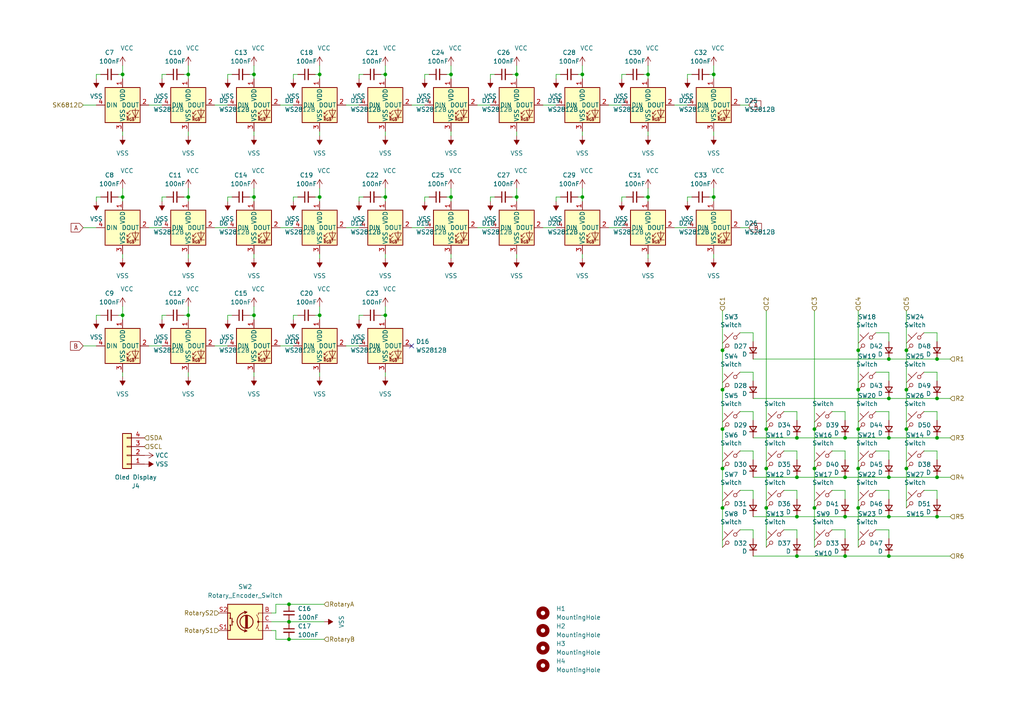
<source format=kicad_sch>
(kicad_sch (version 20210126) (generator eeschema)
  (paper "A4")
  (junction (at 35.56 21.59) (diameter 0.9144))
  (junction (at 35.56 57.15) (diameter 0.9144))
  (junction (at 35.56 91.44) (diameter 0.9144))
  (junction (at 54.61 21.59) (diameter 0.9144))
  (junction (at 54.61 57.15) (diameter 0.9144))
  (junction (at 54.61 91.44) (diameter 0.9144))
  (junction (at 73.66 21.59) (diameter 0.9144))
  (junction (at 73.66 57.15) (diameter 0.9144))
  (junction (at 73.66 91.44) (diameter 0.9144))
  (junction (at 83.82 175.26) (diameter 0.9144))
  (junction (at 83.82 180.34) (diameter 0.9144))
  (junction (at 83.82 185.42) (diameter 0.9144))
  (junction (at 92.71 21.59) (diameter 0.9144))
  (junction (at 92.71 57.15) (diameter 0.9144))
  (junction (at 92.71 91.44) (diameter 0.9144))
  (junction (at 111.76 21.59) (diameter 0.9144))
  (junction (at 111.76 57.15) (diameter 0.9144))
  (junction (at 111.76 91.44) (diameter 0.9144))
  (junction (at 130.81 21.59) (diameter 0.9144))
  (junction (at 130.81 57.15) (diameter 0.9144))
  (junction (at 149.86 21.59) (diameter 0.9144))
  (junction (at 149.86 57.15) (diameter 0.9144))
  (junction (at 168.91 21.59) (diameter 0.9144))
  (junction (at 168.91 57.15) (diameter 0.9144))
  (junction (at 187.96 21.59) (diameter 0.9144))
  (junction (at 187.96 57.15) (diameter 0.9144))
  (junction (at 207.01 21.59) (diameter 0.9144))
  (junction (at 207.01 57.15) (diameter 0.9144))
  (junction (at 209.55 101.6) (diameter 0.9144))
  (junction (at 209.55 113.03) (diameter 0.9144))
  (junction (at 209.55 124.46) (diameter 0.9144))
  (junction (at 209.55 135.89) (diameter 0.9144))
  (junction (at 209.55 147.32) (diameter 0.9144))
  (junction (at 222.25 124.46) (diameter 0.9144))
  (junction (at 222.25 135.89) (diameter 0.9144))
  (junction (at 222.25 147.32) (diameter 0.9144))
  (junction (at 231.14 127) (diameter 0.9144))
  (junction (at 231.14 138.43) (diameter 0.9144))
  (junction (at 231.14 149.86) (diameter 0.9144))
  (junction (at 231.14 161.29) (diameter 0.9144))
  (junction (at 236.22 124.46) (diameter 0.9144))
  (junction (at 236.22 135.89) (diameter 0.9144))
  (junction (at 236.22 147.32) (diameter 0.9144))
  (junction (at 245.11 127) (diameter 0.9144))
  (junction (at 245.11 138.43) (diameter 0.9144))
  (junction (at 245.11 149.86) (diameter 0.9144))
  (junction (at 245.11 161.29) (diameter 0.9144))
  (junction (at 248.92 101.6) (diameter 0.9144))
  (junction (at 248.92 113.03) (diameter 0.9144))
  (junction (at 248.92 124.46) (diameter 0.9144))
  (junction (at 248.92 135.89) (diameter 0.9144))
  (junction (at 248.92 147.32) (diameter 0.9144))
  (junction (at 257.81 104.14) (diameter 0.9144))
  (junction (at 257.81 115.57) (diameter 0.9144))
  (junction (at 257.81 127) (diameter 0.9144))
  (junction (at 257.81 138.43) (diameter 0.9144))
  (junction (at 257.81 149.86) (diameter 0.9144))
  (junction (at 257.81 161.29) (diameter 0.9144))
  (junction (at 262.89 101.6) (diameter 0.9144))
  (junction (at 262.89 113.03) (diameter 0.9144))
  (junction (at 262.89 124.46) (diameter 0.9144))
  (junction (at 262.89 135.89) (diameter 0.9144))
  (junction (at 271.78 104.14) (diameter 0.9144))
  (junction (at 271.78 115.57) (diameter 0.9144))
  (junction (at 271.78 127) (diameter 0.9144))
  (junction (at 271.78 138.43) (diameter 0.9144))
  (junction (at 271.78 149.86) (diameter 0.9144))
  (no_connect (at 119.38 100.33))
  (wire (pts (xy 24.13 30.48) (xy 27.94 30.48)))
  (wire (pts (xy 24.13 66.04) (xy 27.94 66.04)))
  (wire (pts (xy 24.13 100.33) (xy 27.94 100.33)))
  (wire (pts (xy 27.94 21.59) (xy 29.21 21.59)))
  (wire (pts (xy 27.94 22.86) (xy 27.94 21.59)))
  (wire (pts (xy 27.94 57.15) (xy 29.21 57.15)))
  (wire (pts (xy 27.94 58.42) (xy 27.94 57.15)))
  (wire (pts (xy 27.94 91.44) (xy 29.21 91.44)))
  (wire (pts (xy 27.94 92.71) (xy 27.94 91.44)))
  (wire (pts (xy 35.56 19.05) (xy 35.56 21.59)))
  (wire (pts (xy 35.56 21.59) (xy 34.29 21.59)))
  (wire (pts (xy 35.56 22.86) (xy 35.56 21.59)))
  (wire (pts (xy 35.56 38.1) (xy 35.56 39.37)))
  (wire (pts (xy 35.56 54.61) (xy 35.56 57.15)))
  (wire (pts (xy 35.56 57.15) (xy 34.29 57.15)))
  (wire (pts (xy 35.56 58.42) (xy 35.56 57.15)))
  (wire (pts (xy 35.56 73.66) (xy 35.56 74.93)))
  (wire (pts (xy 35.56 88.9) (xy 35.56 91.44)))
  (wire (pts (xy 35.56 91.44) (xy 34.29 91.44)))
  (wire (pts (xy 35.56 92.71) (xy 35.56 91.44)))
  (wire (pts (xy 35.56 107.95) (xy 35.56 109.22)))
  (wire (pts (xy 43.18 30.48) (xy 46.99 30.48)))
  (wire (pts (xy 43.18 66.04) (xy 46.99 66.04)))
  (wire (pts (xy 43.18 100.33) (xy 46.99 100.33)))
  (wire (pts (xy 46.99 21.59) (xy 48.26 21.59)))
  (wire (pts (xy 46.99 22.86) (xy 46.99 21.59)))
  (wire (pts (xy 46.99 57.15) (xy 48.26 57.15)))
  (wire (pts (xy 46.99 58.42) (xy 46.99 57.15)))
  (wire (pts (xy 46.99 91.44) (xy 48.26 91.44)))
  (wire (pts (xy 46.99 92.71) (xy 46.99 91.44)))
  (wire (pts (xy 54.61 19.05) (xy 54.61 21.59)))
  (wire (pts (xy 54.61 21.59) (xy 53.34 21.59)))
  (wire (pts (xy 54.61 22.86) (xy 54.61 21.59)))
  (wire (pts (xy 54.61 38.1) (xy 54.61 39.37)))
  (wire (pts (xy 54.61 54.61) (xy 54.61 57.15)))
  (wire (pts (xy 54.61 57.15) (xy 53.34 57.15)))
  (wire (pts (xy 54.61 58.42) (xy 54.61 57.15)))
  (wire (pts (xy 54.61 73.66) (xy 54.61 74.93)))
  (wire (pts (xy 54.61 88.9) (xy 54.61 91.44)))
  (wire (pts (xy 54.61 91.44) (xy 53.34 91.44)))
  (wire (pts (xy 54.61 92.71) (xy 54.61 91.44)))
  (wire (pts (xy 54.61 107.95) (xy 54.61 109.22)))
  (wire (pts (xy 62.23 30.48) (xy 66.04 30.48)))
  (wire (pts (xy 62.23 66.04) (xy 66.04 66.04)))
  (wire (pts (xy 62.23 100.33) (xy 66.04 100.33)))
  (wire (pts (xy 66.04 21.59) (xy 67.31 21.59)))
  (wire (pts (xy 66.04 22.86) (xy 66.04 21.59)))
  (wire (pts (xy 66.04 57.15) (xy 67.31 57.15)))
  (wire (pts (xy 66.04 58.42) (xy 66.04 57.15)))
  (wire (pts (xy 66.04 91.44) (xy 67.31 91.44)))
  (wire (pts (xy 66.04 92.71) (xy 66.04 91.44)))
  (wire (pts (xy 73.66 19.05) (xy 73.66 21.59)))
  (wire (pts (xy 73.66 21.59) (xy 72.39 21.59)))
  (wire (pts (xy 73.66 22.86) (xy 73.66 21.59)))
  (wire (pts (xy 73.66 38.1) (xy 73.66 39.37)))
  (wire (pts (xy 73.66 54.61) (xy 73.66 57.15)))
  (wire (pts (xy 73.66 57.15) (xy 72.39 57.15)))
  (wire (pts (xy 73.66 58.42) (xy 73.66 57.15)))
  (wire (pts (xy 73.66 73.66) (xy 73.66 74.93)))
  (wire (pts (xy 73.66 88.9) (xy 73.66 91.44)))
  (wire (pts (xy 73.66 91.44) (xy 72.39 91.44)))
  (wire (pts (xy 73.66 92.71) (xy 73.66 91.44)))
  (wire (pts (xy 73.66 107.95) (xy 73.66 109.22)))
  (wire (pts (xy 78.74 177.8) (xy 80.01 177.8)))
  (wire (pts (xy 78.74 180.34) (xy 83.82 180.34)))
  (wire (pts (xy 78.74 182.88) (xy 80.01 182.88)))
  (wire (pts (xy 80.01 175.26) (xy 83.82 175.26)))
  (wire (pts (xy 80.01 177.8) (xy 80.01 175.26)))
  (wire (pts (xy 80.01 182.88) (xy 80.01 185.42)))
  (wire (pts (xy 80.01 185.42) (xy 83.82 185.42)))
  (wire (pts (xy 81.28 30.48) (xy 85.09 30.48)))
  (wire (pts (xy 81.28 66.04) (xy 85.09 66.04)))
  (wire (pts (xy 81.28 100.33) (xy 85.09 100.33)))
  (wire (pts (xy 83.82 175.26) (xy 93.98 175.26)))
  (wire (pts (xy 83.82 180.34) (xy 93.98 180.34)))
  (wire (pts (xy 83.82 185.42) (xy 93.98 185.42)))
  (wire (pts (xy 85.09 21.59) (xy 86.36 21.59)))
  (wire (pts (xy 85.09 22.86) (xy 85.09 21.59)))
  (wire (pts (xy 85.09 57.15) (xy 86.36 57.15)))
  (wire (pts (xy 85.09 58.42) (xy 85.09 57.15)))
  (wire (pts (xy 85.09 91.44) (xy 86.36 91.44)))
  (wire (pts (xy 85.09 92.71) (xy 85.09 91.44)))
  (wire (pts (xy 92.71 19.05) (xy 92.71 21.59)))
  (wire (pts (xy 92.71 21.59) (xy 91.44 21.59)))
  (wire (pts (xy 92.71 22.86) (xy 92.71 21.59)))
  (wire (pts (xy 92.71 38.1) (xy 92.71 39.37)))
  (wire (pts (xy 92.71 54.61) (xy 92.71 57.15)))
  (wire (pts (xy 92.71 57.15) (xy 91.44 57.15)))
  (wire (pts (xy 92.71 58.42) (xy 92.71 57.15)))
  (wire (pts (xy 92.71 73.66) (xy 92.71 74.93)))
  (wire (pts (xy 92.71 88.9) (xy 92.71 91.44)))
  (wire (pts (xy 92.71 91.44) (xy 91.44 91.44)))
  (wire (pts (xy 92.71 92.71) (xy 92.71 91.44)))
  (wire (pts (xy 92.71 107.95) (xy 92.71 109.22)))
  (wire (pts (xy 100.33 30.48) (xy 104.14 30.48)))
  (wire (pts (xy 100.33 66.04) (xy 104.14 66.04)))
  (wire (pts (xy 100.33 100.33) (xy 104.14 100.33)))
  (wire (pts (xy 104.14 21.59) (xy 105.41 21.59)))
  (wire (pts (xy 104.14 22.86) (xy 104.14 21.59)))
  (wire (pts (xy 104.14 57.15) (xy 105.41 57.15)))
  (wire (pts (xy 104.14 58.42) (xy 104.14 57.15)))
  (wire (pts (xy 104.14 91.44) (xy 105.41 91.44)))
  (wire (pts (xy 104.14 92.71) (xy 104.14 91.44)))
  (wire (pts (xy 111.76 19.05) (xy 111.76 21.59)))
  (wire (pts (xy 111.76 21.59) (xy 110.49 21.59)))
  (wire (pts (xy 111.76 22.86) (xy 111.76 21.59)))
  (wire (pts (xy 111.76 38.1) (xy 111.76 39.37)))
  (wire (pts (xy 111.76 54.61) (xy 111.76 57.15)))
  (wire (pts (xy 111.76 57.15) (xy 110.49 57.15)))
  (wire (pts (xy 111.76 58.42) (xy 111.76 57.15)))
  (wire (pts (xy 111.76 73.66) (xy 111.76 74.93)))
  (wire (pts (xy 111.76 88.9) (xy 111.76 91.44)))
  (wire (pts (xy 111.76 91.44) (xy 110.49 91.44)))
  (wire (pts (xy 111.76 92.71) (xy 111.76 91.44)))
  (wire (pts (xy 111.76 107.95) (xy 111.76 109.22)))
  (wire (pts (xy 119.38 30.48) (xy 123.19 30.48)))
  (wire (pts (xy 119.38 66.04) (xy 123.19 66.04)))
  (wire (pts (xy 123.19 21.59) (xy 124.46 21.59)))
  (wire (pts (xy 123.19 22.86) (xy 123.19 21.59)))
  (wire (pts (xy 123.19 57.15) (xy 124.46 57.15)))
  (wire (pts (xy 123.19 58.42) (xy 123.19 57.15)))
  (wire (pts (xy 130.81 19.05) (xy 130.81 21.59)))
  (wire (pts (xy 130.81 21.59) (xy 129.54 21.59)))
  (wire (pts (xy 130.81 22.86) (xy 130.81 21.59)))
  (wire (pts (xy 130.81 38.1) (xy 130.81 39.37)))
  (wire (pts (xy 130.81 54.61) (xy 130.81 57.15)))
  (wire (pts (xy 130.81 57.15) (xy 129.54 57.15)))
  (wire (pts (xy 130.81 58.42) (xy 130.81 57.15)))
  (wire (pts (xy 130.81 73.66) (xy 130.81 74.93)))
  (wire (pts (xy 138.43 30.48) (xy 142.24 30.48)))
  (wire (pts (xy 138.43 66.04) (xy 142.24 66.04)))
  (wire (pts (xy 142.24 21.59) (xy 143.51 21.59)))
  (wire (pts (xy 142.24 22.86) (xy 142.24 21.59)))
  (wire (pts (xy 142.24 57.15) (xy 143.51 57.15)))
  (wire (pts (xy 142.24 58.42) (xy 142.24 57.15)))
  (wire (pts (xy 149.86 19.05) (xy 149.86 21.59)))
  (wire (pts (xy 149.86 21.59) (xy 148.59 21.59)))
  (wire (pts (xy 149.86 22.86) (xy 149.86 21.59)))
  (wire (pts (xy 149.86 38.1) (xy 149.86 39.37)))
  (wire (pts (xy 149.86 54.61) (xy 149.86 57.15)))
  (wire (pts (xy 149.86 57.15) (xy 148.59 57.15)))
  (wire (pts (xy 149.86 58.42) (xy 149.86 57.15)))
  (wire (pts (xy 149.86 73.66) (xy 149.86 74.93)))
  (wire (pts (xy 157.48 30.48) (xy 161.29 30.48)))
  (wire (pts (xy 157.48 66.04) (xy 161.29 66.04)))
  (wire (pts (xy 161.29 21.59) (xy 162.56 21.59)))
  (wire (pts (xy 161.29 22.86) (xy 161.29 21.59)))
  (wire (pts (xy 161.29 57.15) (xy 162.56 57.15)))
  (wire (pts (xy 161.29 58.42) (xy 161.29 57.15)))
  (wire (pts (xy 168.91 19.05) (xy 168.91 21.59)))
  (wire (pts (xy 168.91 21.59) (xy 167.64 21.59)))
  (wire (pts (xy 168.91 22.86) (xy 168.91 21.59)))
  (wire (pts (xy 168.91 38.1) (xy 168.91 39.37)))
  (wire (pts (xy 168.91 54.61) (xy 168.91 57.15)))
  (wire (pts (xy 168.91 57.15) (xy 167.64 57.15)))
  (wire (pts (xy 168.91 58.42) (xy 168.91 57.15)))
  (wire (pts (xy 168.91 73.66) (xy 168.91 74.93)))
  (wire (pts (xy 176.53 30.48) (xy 180.34 30.48)))
  (wire (pts (xy 176.53 66.04) (xy 180.34 66.04)))
  (wire (pts (xy 180.34 21.59) (xy 181.61 21.59)))
  (wire (pts (xy 180.34 22.86) (xy 180.34 21.59)))
  (wire (pts (xy 180.34 57.15) (xy 181.61 57.15)))
  (wire (pts (xy 180.34 58.42) (xy 180.34 57.15)))
  (wire (pts (xy 187.96 19.05) (xy 187.96 21.59)))
  (wire (pts (xy 187.96 21.59) (xy 186.69 21.59)))
  (wire (pts (xy 187.96 22.86) (xy 187.96 21.59)))
  (wire (pts (xy 187.96 38.1) (xy 187.96 39.37)))
  (wire (pts (xy 187.96 54.61) (xy 187.96 57.15)))
  (wire (pts (xy 187.96 57.15) (xy 186.69 57.15)))
  (wire (pts (xy 187.96 58.42) (xy 187.96 57.15)))
  (wire (pts (xy 187.96 73.66) (xy 187.96 74.93)))
  (wire (pts (xy 195.58 30.48) (xy 199.39 30.48)))
  (wire (pts (xy 195.58 66.04) (xy 199.39 66.04)))
  (wire (pts (xy 199.39 21.59) (xy 200.66 21.59)))
  (wire (pts (xy 199.39 22.86) (xy 199.39 21.59)))
  (wire (pts (xy 199.39 57.15) (xy 200.66 57.15)))
  (wire (pts (xy 199.39 58.42) (xy 199.39 57.15)))
  (wire (pts (xy 207.01 19.05) (xy 207.01 21.59)))
  (wire (pts (xy 207.01 21.59) (xy 205.74 21.59)))
  (wire (pts (xy 207.01 22.86) (xy 207.01 21.59)))
  (wire (pts (xy 207.01 38.1) (xy 207.01 39.37)))
  (wire (pts (xy 207.01 54.61) (xy 207.01 57.15)))
  (wire (pts (xy 207.01 57.15) (xy 205.74 57.15)))
  (wire (pts (xy 207.01 58.42) (xy 207.01 57.15)))
  (wire (pts (xy 207.01 73.66) (xy 207.01 74.93)))
  (wire (pts (xy 209.55 90.17) (xy 209.55 101.6)))
  (wire (pts (xy 209.55 101.6) (xy 209.55 113.03)))
  (wire (pts (xy 209.55 113.03) (xy 209.55 124.46)))
  (wire (pts (xy 209.55 124.46) (xy 209.55 135.89)))
  (wire (pts (xy 209.55 135.89) (xy 209.55 147.32)))
  (wire (pts (xy 209.55 147.32) (xy 209.55 158.75)))
  (wire (pts (xy 214.63 30.48) (xy 217.17 30.48)))
  (wire (pts (xy 214.63 66.04) (xy 217.17 66.04)))
  (wire (pts (xy 218.44 96.52) (xy 214.63 96.52)))
  (wire (pts (xy 218.44 99.06) (xy 218.44 96.52)))
  (wire (pts (xy 218.44 104.14) (xy 257.81 104.14)))
  (wire (pts (xy 218.44 107.95) (xy 214.63 107.95)))
  (wire (pts (xy 218.44 110.49) (xy 218.44 107.95)))
  (wire (pts (xy 218.44 115.57) (xy 257.81 115.57)))
  (wire (pts (xy 218.44 119.38) (xy 214.63 119.38)))
  (wire (pts (xy 218.44 121.92) (xy 218.44 119.38)))
  (wire (pts (xy 218.44 127) (xy 231.14 127)))
  (wire (pts (xy 218.44 130.81) (xy 214.63 130.81)))
  (wire (pts (xy 218.44 133.35) (xy 218.44 130.81)))
  (wire (pts (xy 218.44 138.43) (xy 231.14 138.43)))
  (wire (pts (xy 218.44 142.24) (xy 214.63 142.24)))
  (wire (pts (xy 218.44 144.78) (xy 218.44 142.24)))
  (wire (pts (xy 218.44 149.86) (xy 231.14 149.86)))
  (wire (pts (xy 218.44 153.67) (xy 214.63 153.67)))
  (wire (pts (xy 218.44 156.21) (xy 218.44 153.67)))
  (wire (pts (xy 218.44 161.29) (xy 231.14 161.29)))
  (wire (pts (xy 222.25 90.17) (xy 222.25 124.46)))
  (wire (pts (xy 222.25 124.46) (xy 222.25 135.89)))
  (wire (pts (xy 222.25 135.89) (xy 222.25 147.32)))
  (wire (pts (xy 222.25 147.32) (xy 222.25 158.75)))
  (wire (pts (xy 231.14 119.38) (xy 227.33 119.38)))
  (wire (pts (xy 231.14 121.92) (xy 231.14 119.38)))
  (wire (pts (xy 231.14 127) (xy 245.11 127)))
  (wire (pts (xy 231.14 130.81) (xy 227.33 130.81)))
  (wire (pts (xy 231.14 133.35) (xy 231.14 130.81)))
  (wire (pts (xy 231.14 138.43) (xy 245.11 138.43)))
  (wire (pts (xy 231.14 142.24) (xy 227.33 142.24)))
  (wire (pts (xy 231.14 144.78) (xy 231.14 142.24)))
  (wire (pts (xy 231.14 149.86) (xy 245.11 149.86)))
  (wire (pts (xy 231.14 153.67) (xy 227.33 153.67)))
  (wire (pts (xy 231.14 156.21) (xy 231.14 153.67)))
  (wire (pts (xy 231.14 161.29) (xy 245.11 161.29)))
  (wire (pts (xy 236.22 90.17) (xy 236.22 124.46)))
  (wire (pts (xy 236.22 124.46) (xy 236.22 135.89)))
  (wire (pts (xy 236.22 135.89) (xy 236.22 147.32)))
  (wire (pts (xy 236.22 147.32) (xy 236.22 158.75)))
  (wire (pts (xy 245.11 119.38) (xy 241.3 119.38)))
  (wire (pts (xy 245.11 121.92) (xy 245.11 119.38)))
  (wire (pts (xy 245.11 127) (xy 257.81 127)))
  (wire (pts (xy 245.11 130.81) (xy 241.3 130.81)))
  (wire (pts (xy 245.11 133.35) (xy 245.11 130.81)))
  (wire (pts (xy 245.11 138.43) (xy 257.81 138.43)))
  (wire (pts (xy 245.11 142.24) (xy 241.3 142.24)))
  (wire (pts (xy 245.11 144.78) (xy 245.11 142.24)))
  (wire (pts (xy 245.11 149.86) (xy 257.81 149.86)))
  (wire (pts (xy 245.11 153.67) (xy 241.3 153.67)))
  (wire (pts (xy 245.11 156.21) (xy 245.11 153.67)))
  (wire (pts (xy 245.11 161.29) (xy 257.81 161.29)))
  (wire (pts (xy 248.92 101.6) (xy 248.92 90.17)))
  (wire (pts (xy 248.92 101.6) (xy 248.92 113.03)))
  (wire (pts (xy 248.92 124.46) (xy 248.92 113.03)))
  (wire (pts (xy 248.92 124.46) (xy 248.92 135.89)))
  (wire (pts (xy 248.92 147.32) (xy 248.92 135.89)))
  (wire (pts (xy 248.92 147.32) (xy 248.92 158.75)))
  (wire (pts (xy 257.81 96.52) (xy 254 96.52)))
  (wire (pts (xy 257.81 99.06) (xy 257.81 96.52)))
  (wire (pts (xy 257.81 104.14) (xy 271.78 104.14)))
  (wire (pts (xy 257.81 107.95) (xy 254 107.95)))
  (wire (pts (xy 257.81 110.49) (xy 257.81 107.95)))
  (wire (pts (xy 257.81 115.57) (xy 271.78 115.57)))
  (wire (pts (xy 257.81 119.38) (xy 254 119.38)))
  (wire (pts (xy 257.81 121.92) (xy 257.81 119.38)))
  (wire (pts (xy 257.81 127) (xy 271.78 127)))
  (wire (pts (xy 257.81 130.81) (xy 254 130.81)))
  (wire (pts (xy 257.81 133.35) (xy 257.81 130.81)))
  (wire (pts (xy 257.81 138.43) (xy 271.78 138.43)))
  (wire (pts (xy 257.81 142.24) (xy 254 142.24)))
  (wire (pts (xy 257.81 144.78) (xy 257.81 142.24)))
  (wire (pts (xy 257.81 149.86) (xy 271.78 149.86)))
  (wire (pts (xy 257.81 153.67) (xy 254 153.67)))
  (wire (pts (xy 257.81 156.21) (xy 257.81 153.67)))
  (wire (pts (xy 257.81 161.29) (xy 275.59 161.29)))
  (wire (pts (xy 262.89 90.17) (xy 262.89 101.6)))
  (wire (pts (xy 262.89 101.6) (xy 262.89 113.03)))
  (wire (pts (xy 262.89 113.03) (xy 262.89 124.46)))
  (wire (pts (xy 262.89 124.46) (xy 262.89 135.89)))
  (wire (pts (xy 262.89 135.89) (xy 262.89 147.32)))
  (wire (pts (xy 271.78 96.52) (xy 267.97 96.52)))
  (wire (pts (xy 271.78 99.06) (xy 271.78 96.52)))
  (wire (pts (xy 271.78 104.14) (xy 275.59 104.14)))
  (wire (pts (xy 271.78 107.95) (xy 267.97 107.95)))
  (wire (pts (xy 271.78 110.49) (xy 271.78 107.95)))
  (wire (pts (xy 271.78 115.57) (xy 275.59 115.57)))
  (wire (pts (xy 271.78 119.38) (xy 267.97 119.38)))
  (wire (pts (xy 271.78 121.92) (xy 271.78 119.38)))
  (wire (pts (xy 271.78 127) (xy 275.59 127)))
  (wire (pts (xy 271.78 130.81) (xy 267.97 130.81)))
  (wire (pts (xy 271.78 133.35) (xy 271.78 130.81)))
  (wire (pts (xy 271.78 138.43) (xy 275.59 138.43)))
  (wire (pts (xy 271.78 142.24) (xy 267.97 142.24)))
  (wire (pts (xy 271.78 144.78) (xy 271.78 142.24)))
  (wire (pts (xy 271.78 149.86) (xy 275.59 149.86)))
  (global_label "A" (shape input) (at 24.13 66.04 180) (property "Intersheet References" "${INTERSHEET_REFS}" (effects hide)))
  (global_label "B" (shape input) (at 24.13 100.33 180) (property "Intersheet References" "${INTERSHEET_REFS}" (effects hide)))
  (global_label "A" (shape input) (at 217.17 30.48 0) (property "Intersheet References" "${INTERSHEET_REFS}" (effects hide)))
  (global_label "B" (shape input) (at 217.17 66.04 0) (property "Intersheet References" "${INTERSHEET_REFS}" (effects hide)))
  (hierarchical_label "SK6812" (shape input) (at 24.13 30.48 180))
  (hierarchical_label "SDA" (shape input) (at 41.91 127 0))
  (hierarchical_label "SCL" (shape input) (at 41.91 129.54 0))
  (hierarchical_label "RotaryS2" (shape input) (at 63.5 177.8 180))
  (hierarchical_label "RotaryS1" (shape input) (at 63.5 182.88 180))
  (hierarchical_label "RotaryA" (shape input) (at 93.98 175.26 0))
  (hierarchical_label "RotaryB" (shape input) (at 93.98 185.42 0))
  (hierarchical_label "C1" (shape input) (at 209.55 90.17 90))
  (hierarchical_label "C2" (shape input) (at 222.25 90.17 90))
  (hierarchical_label "C3" (shape input) (at 236.22 90.17 90))
  (hierarchical_label "C4" (shape input) (at 248.92 90.17 90))
  (hierarchical_label "C5" (shape input) (at 262.89 90.17 90))
  (hierarchical_label "R1" (shape input) (at 275.59 104.14 0))
  (hierarchical_label "R2" (shape input) (at 275.59 115.57 0))
  (hierarchical_label "R3" (shape input) (at 275.59 127 0))
  (hierarchical_label "R4" (shape input) (at 275.59 138.43 0))
  (hierarchical_label "R5" (shape input) (at 275.59 149.86 0))
  (hierarchical_label "R6" (shape input) (at 275.59 161.29 0))
  (symbol (lib_id "power:VSS") (at 27.94 22.86 180) (unit 1)
    (property "Reference" "#PWR025" (effects hide))
    (property "Value" "VSS" (at 27.94 27.94 0))
  )
  (symbol (lib_id "power:VSS") (at 27.94 58.42 180) (unit 1)
    (property "Reference" "#PWR026" (effects hide))
    (property "Value" "VSS" (at 27.94 63.5 0))
  )
  (symbol (lib_id "power:VSS") (at 27.94 92.71 180) (unit 1)
    (property "Reference" "#PWR027" (effects hide))
    (property "Value" "VSS" (at 27.94 97.79 0))
  )
  (symbol (lib_id "power:VCC") (at 35.56 19.05 0) (unit 1)
    (property "Reference" "#PWR028" (effects hide))
    (property "Value" "VCC" (at 36.83 13.97 0))
  )
  (symbol (lib_id "power:VSS") (at 35.56 39.37 180) (unit 1)
    (property "Reference" "#PWR029" (effects hide))
    (property "Value" "VSS" (at 35.56 44.45 0))
  )
  (symbol (lib_id "power:VCC") (at 35.56 54.61 0) (unit 1)
    (property "Reference" "#PWR030" (effects hide))
    (property "Value" "VCC" (at 36.83 49.53 0))
  )
  (symbol (lib_id "power:VSS") (at 35.56 74.93 180) (unit 1)
    (property "Reference" "#PWR031" (effects hide))
    (property "Value" "VSS" (at 35.56 80.01 0))
  )
  (symbol (lib_id "power:VCC") (at 35.56 88.9 0) (unit 1)
    (property "Reference" "#PWR032" (effects hide))
    (property "Value" "VCC" (at 36.83 83.82 0))
  )
  (symbol (lib_id "power:VSS") (at 35.56 109.22 180) (unit 1)
    (property "Reference" "#PWR033" (effects hide))
    (property "Value" "VSS" (at 35.56 114.3 0))
  )
  (symbol (lib_id "power:VCC") (at 41.91 132.08 270) (unit 1)
    (property "Reference" "#PWR034" (effects hide))
    (property "Value" "VCC" (at 46.99 132.08 90))
  )
  (symbol (lib_id "power:VSS") (at 41.91 134.62 270) (unit 1)
    (property "Reference" "#PWR035" (effects hide))
    (property "Value" "VSS" (at 46.99 134.62 90))
  )
  (symbol (lib_id "power:VSS") (at 46.99 22.86 180) (unit 1)
    (property "Reference" "#PWR036" (effects hide))
    (property "Value" "VSS" (at 46.99 27.94 0))
  )
  (symbol (lib_id "power:VSS") (at 46.99 58.42 180) (unit 1)
    (property "Reference" "#PWR037" (effects hide))
    (property "Value" "VSS" (at 46.99 63.5 0))
  )
  (symbol (lib_id "power:VSS") (at 46.99 92.71 180) (unit 1)
    (property "Reference" "#PWR038" (effects hide))
    (property "Value" "VSS" (at 46.99 97.79 0))
  )
  (symbol (lib_id "power:VCC") (at 54.61 19.05 0) (unit 1)
    (property "Reference" "#PWR039" (effects hide))
    (property "Value" "VCC" (at 55.88 13.97 0))
  )
  (symbol (lib_id "power:VSS") (at 54.61 39.37 180) (unit 1)
    (property "Reference" "#PWR040" (effects hide))
    (property "Value" "VSS" (at 54.61 44.45 0))
  )
  (symbol (lib_id "power:VCC") (at 54.61 54.61 0) (unit 1)
    (property "Reference" "#PWR041" (effects hide))
    (property "Value" "VCC" (at 55.88 49.53 0))
  )
  (symbol (lib_id "power:VSS") (at 54.61 74.93 180) (unit 1)
    (property "Reference" "#PWR042" (effects hide))
    (property "Value" "VSS" (at 54.61 80.01 0))
  )
  (symbol (lib_id "power:VCC") (at 54.61 88.9 0) (unit 1)
    (property "Reference" "#PWR043" (effects hide))
    (property "Value" "VCC" (at 55.88 83.82 0))
  )
  (symbol (lib_id "power:VSS") (at 54.61 109.22 180) (unit 1)
    (property "Reference" "#PWR044" (effects hide))
    (property "Value" "VSS" (at 54.61 114.3 0))
  )
  (symbol (lib_id "power:VSS") (at 66.04 22.86 180) (unit 1)
    (property "Reference" "#PWR045" (effects hide))
    (property "Value" "VSS" (at 66.04 27.94 0))
  )
  (symbol (lib_id "power:VSS") (at 66.04 58.42 180) (unit 1)
    (property "Reference" "#PWR046" (effects hide))
    (property "Value" "VSS" (at 66.04 63.5 0))
  )
  (symbol (lib_id "power:VSS") (at 66.04 92.71 180) (unit 1)
    (property "Reference" "#PWR047" (effects hide))
    (property "Value" "VSS" (at 66.04 97.79 0))
  )
  (symbol (lib_id "power:VCC") (at 73.66 19.05 0) (unit 1)
    (property "Reference" "#PWR048" (effects hide))
    (property "Value" "VCC" (at 74.93 13.97 0))
  )
  (symbol (lib_id "power:VSS") (at 73.66 39.37 180) (unit 1)
    (property "Reference" "#PWR049" (effects hide))
    (property "Value" "VSS" (at 73.66 44.45 0))
  )
  (symbol (lib_id "power:VCC") (at 73.66 54.61 0) (unit 1)
    (property "Reference" "#PWR050" (effects hide))
    (property "Value" "VCC" (at 74.93 49.53 0))
  )
  (symbol (lib_id "power:VSS") (at 73.66 74.93 180) (unit 1)
    (property "Reference" "#PWR051" (effects hide))
    (property "Value" "VSS" (at 73.66 80.01 0))
  )
  (symbol (lib_id "power:VCC") (at 73.66 88.9 0) (unit 1)
    (property "Reference" "#PWR052" (effects hide))
    (property "Value" "VCC" (at 74.93 83.82 0))
  )
  (symbol (lib_id "power:VSS") (at 73.66 109.22 180) (unit 1)
    (property "Reference" "#PWR053" (effects hide))
    (property "Value" "VSS" (at 73.66 114.3 0))
  )
  (symbol (lib_id "power:VSS") (at 85.09 22.86 180) (unit 1)
    (property "Reference" "#PWR054" (effects hide))
    (property "Value" "VSS" (at 85.09 27.94 0))
  )
  (symbol (lib_id "power:VSS") (at 85.09 58.42 180) (unit 1)
    (property "Reference" "#PWR055" (effects hide))
    (property "Value" "VSS" (at 85.09 63.5 0))
  )
  (symbol (lib_id "power:VSS") (at 85.09 92.71 180) (unit 1)
    (property "Reference" "#PWR056" (effects hide))
    (property "Value" "VSS" (at 85.09 97.79 0))
  )
  (symbol (lib_id "power:VCC") (at 92.71 19.05 0) (unit 1)
    (property "Reference" "#PWR057" (effects hide))
    (property "Value" "VCC" (at 93.98 13.97 0))
  )
  (symbol (lib_id "power:VSS") (at 92.71 39.37 180) (unit 1)
    (property "Reference" "#PWR058" (effects hide))
    (property "Value" "VSS" (at 92.71 44.45 0))
  )
  (symbol (lib_id "power:VCC") (at 92.71 54.61 0) (unit 1)
    (property "Reference" "#PWR059" (effects hide))
    (property "Value" "VCC" (at 93.98 49.53 0))
  )
  (symbol (lib_id "power:VSS") (at 92.71 74.93 180) (unit 1)
    (property "Reference" "#PWR060" (effects hide))
    (property "Value" "VSS" (at 92.71 80.01 0))
  )
  (symbol (lib_id "power:VCC") (at 92.71 88.9 0) (unit 1)
    (property "Reference" "#PWR061" (effects hide))
    (property "Value" "VCC" (at 93.98 83.82 0))
  )
  (symbol (lib_id "power:VSS") (at 92.71 109.22 180) (unit 1)
    (property "Reference" "#PWR062" (effects hide))
    (property "Value" "VSS" (at 92.71 114.3 0))
  )
  (symbol (lib_id "power:VSS") (at 93.98 180.34 270) (unit 1)
    (property "Reference" "#PWR063" (effects hide))
    (property "Value" "VSS" (at 99.06 180.34 0))
  )
  (symbol (lib_id "power:VSS") (at 104.14 22.86 180) (unit 1)
    (property "Reference" "#PWR064" (effects hide))
    (property "Value" "VSS" (at 104.14 27.94 0))
  )
  (symbol (lib_id "power:VSS") (at 104.14 58.42 180) (unit 1)
    (property "Reference" "#PWR065" (effects hide))
    (property "Value" "VSS" (at 104.14 63.5 0))
  )
  (symbol (lib_id "power:VSS") (at 104.14 92.71 180) (unit 1)
    (property "Reference" "#PWR066" (effects hide))
    (property "Value" "VSS" (at 104.14 97.79 0))
  )
  (symbol (lib_id "power:VCC") (at 111.76 19.05 0) (unit 1)
    (property "Reference" "#PWR067" (effects hide))
    (property "Value" "VCC" (at 113.03 13.97 0))
  )
  (symbol (lib_id "power:VSS") (at 111.76 39.37 180) (unit 1)
    (property "Reference" "#PWR068" (effects hide))
    (property "Value" "VSS" (at 111.76 44.45 0))
  )
  (symbol (lib_id "power:VCC") (at 111.76 54.61 0) (unit 1)
    (property "Reference" "#PWR069" (effects hide))
    (property "Value" "VCC" (at 113.03 49.53 0))
  )
  (symbol (lib_id "power:VSS") (at 111.76 74.93 180) (unit 1)
    (property "Reference" "#PWR070" (effects hide))
    (property "Value" "VSS" (at 111.76 80.01 0))
  )
  (symbol (lib_id "power:VCC") (at 111.76 88.9 0) (unit 1)
    (property "Reference" "#PWR071" (effects hide))
    (property "Value" "VCC" (at 113.03 83.82 0))
  )
  (symbol (lib_id "power:VSS") (at 111.76 109.22 180) (unit 1)
    (property "Reference" "#PWR072" (effects hide))
    (property "Value" "VSS" (at 111.76 114.3 0))
  )
  (symbol (lib_id "power:VSS") (at 123.19 22.86 180) (unit 1)
    (property "Reference" "#PWR073" (effects hide))
    (property "Value" "VSS" (at 123.19 27.94 0))
  )
  (symbol (lib_id "power:VSS") (at 123.19 58.42 180) (unit 1)
    (property "Reference" "#PWR074" (effects hide))
    (property "Value" "VSS" (at 123.19 63.5 0))
  )
  (symbol (lib_id "power:VCC") (at 130.81 19.05 0) (unit 1)
    (property "Reference" "#PWR075" (effects hide))
    (property "Value" "VCC" (at 132.08 13.97 0))
  )
  (symbol (lib_id "power:VSS") (at 130.81 39.37 180) (unit 1)
    (property "Reference" "#PWR076" (effects hide))
    (property "Value" "VSS" (at 130.81 44.45 0))
  )
  (symbol (lib_id "power:VCC") (at 130.81 54.61 0) (unit 1)
    (property "Reference" "#PWR077" (effects hide))
    (property "Value" "VCC" (at 132.08 49.53 0))
  )
  (symbol (lib_id "power:VSS") (at 130.81 74.93 180) (unit 1)
    (property "Reference" "#PWR078" (effects hide))
    (property "Value" "VSS" (at 130.81 80.01 0))
  )
  (symbol (lib_id "power:VSS") (at 142.24 22.86 180) (unit 1)
    (property "Reference" "#PWR079" (effects hide))
    (property "Value" "VSS" (at 142.24 27.94 0))
  )
  (symbol (lib_id "power:VSS") (at 142.24 58.42 180) (unit 1)
    (property "Reference" "#PWR080" (effects hide))
    (property "Value" "VSS" (at 142.24 63.5 0))
  )
  (symbol (lib_id "power:VCC") (at 149.86 19.05 0) (unit 1)
    (property "Reference" "#PWR081" (effects hide))
    (property "Value" "VCC" (at 151.13 13.97 0))
  )
  (symbol (lib_id "power:VSS") (at 149.86 39.37 180) (unit 1)
    (property "Reference" "#PWR082" (effects hide))
    (property "Value" "VSS" (at 149.86 44.45 0))
  )
  (symbol (lib_id "power:VCC") (at 149.86 54.61 0) (unit 1)
    (property "Reference" "#PWR083" (effects hide))
    (property "Value" "VCC" (at 151.13 49.53 0))
  )
  (symbol (lib_id "power:VSS") (at 149.86 74.93 180) (unit 1)
    (property "Reference" "#PWR084" (effects hide))
    (property "Value" "VSS" (at 149.86 80.01 0))
  )
  (symbol (lib_id "power:VSS") (at 161.29 22.86 180) (unit 1)
    (property "Reference" "#PWR085" (effects hide))
    (property "Value" "VSS" (at 161.29 27.94 0))
  )
  (symbol (lib_id "power:VSS") (at 161.29 58.42 180) (unit 1)
    (property "Reference" "#PWR086" (effects hide))
    (property "Value" "VSS" (at 161.29 63.5 0))
  )
  (symbol (lib_id "power:VCC") (at 168.91 19.05 0) (unit 1)
    (property "Reference" "#PWR087" (effects hide))
    (property "Value" "VCC" (at 170.18 13.97 0))
  )
  (symbol (lib_id "power:VSS") (at 168.91 39.37 180) (unit 1)
    (property "Reference" "#PWR088" (effects hide))
    (property "Value" "VSS" (at 168.91 44.45 0))
  )
  (symbol (lib_id "power:VCC") (at 168.91 54.61 0) (unit 1)
    (property "Reference" "#PWR089" (effects hide))
    (property "Value" "VCC" (at 170.18 49.53 0))
  )
  (symbol (lib_id "power:VSS") (at 168.91 74.93 180) (unit 1)
    (property "Reference" "#PWR090" (effects hide))
    (property "Value" "VSS" (at 168.91 80.01 0))
  )
  (symbol (lib_id "power:VSS") (at 180.34 22.86 180) (unit 1)
    (property "Reference" "#PWR091" (effects hide))
    (property "Value" "VSS" (at 180.34 27.94 0))
  )
  (symbol (lib_id "power:VSS") (at 180.34 58.42 180) (unit 1)
    (property "Reference" "#PWR092" (effects hide))
    (property "Value" "VSS" (at 180.34 63.5 0))
  )
  (symbol (lib_id "power:VCC") (at 187.96 19.05 0) (unit 1)
    (property "Reference" "#PWR093" (effects hide))
    (property "Value" "VCC" (at 189.23 13.97 0))
  )
  (symbol (lib_id "power:VSS") (at 187.96 39.37 180) (unit 1)
    (property "Reference" "#PWR094" (effects hide))
    (property "Value" "VSS" (at 187.96 44.45 0))
  )
  (symbol (lib_id "power:VCC") (at 187.96 54.61 0) (unit 1)
    (property "Reference" "#PWR095" (effects hide))
    (property "Value" "VCC" (at 189.23 49.53 0))
  )
  (symbol (lib_id "power:VSS") (at 187.96 74.93 180) (unit 1)
    (property "Reference" "#PWR096" (effects hide))
    (property "Value" "VSS" (at 187.96 80.01 0))
  )
  (symbol (lib_id "power:VSS") (at 199.39 22.86 180) (unit 1)
    (property "Reference" "#PWR097" (effects hide))
    (property "Value" "VSS" (at 199.39 27.94 0))
  )
  (symbol (lib_id "power:VSS") (at 199.39 58.42 180) (unit 1)
    (property "Reference" "#PWR098" (effects hide))
    (property "Value" "VSS" (at 199.39 63.5 0))
  )
  (symbol (lib_id "power:VCC") (at 207.01 19.05 0) (unit 1)
    (property "Reference" "#PWR099" (effects hide))
    (property "Value" "VCC" (at 208.28 13.97 0))
  )
  (symbol (lib_id "power:VSS") (at 207.01 39.37 180) (unit 1)
    (property "Reference" "#PWR0100" (effects hide))
    (property "Value" "VSS" (at 207.01 44.45 0))
  )
  (symbol (lib_id "power:VCC") (at 207.01 54.61 0) (unit 1)
    (property "Reference" "#PWR0101" (effects hide))
    (property "Value" "VCC" (at 208.28 49.53 0))
  )
  (symbol (lib_id "power:VSS") (at 207.01 74.93 180) (unit 1)
    (property "Reference" "#PWR0102" (effects hide))
    (property "Value" "VSS" (at 207.01 80.01 0))
  )
  (symbol (lib_id "Device:D_Small") (at 218.44 101.6 270) (mirror x) (unit 1)
    (property "Reference" "D27" (at 216.7128 100.4316 90) (effects (justify right)))
    (property "Value" "D" (at 216.7128 102.743 90) (effects (justify right)))
    (property "Footprint" "Diode_SMD:D_SOD-123F" (effects hide))
  )
  (symbol (lib_id "Device:D_Small") (at 218.44 113.03 270) (mirror x) (unit 1)
    (property "Reference" "D28" (at 216.7128 111.8616 90) (effects (justify right)))
    (property "Value" "D" (at 216.7128 114.173 90) (effects (justify right)))
    (property "Footprint" "Diode_SMD:D_SOD-123F" (effects hide))
  )
  (symbol (lib_id "Device:D_Small") (at 218.44 124.46 270) (mirror x) (unit 1)
    (property "Reference" "D29" (at 216.7128 123.2916 90) (effects (justify right)))
    (property "Value" "D" (at 216.7128 125.603 90) (effects (justify right)))
    (property "Footprint" "Diode_SMD:D_SOD-123F" (effects hide))
  )
  (symbol (lib_id "Device:D_Small") (at 218.44 135.89 270) (mirror x) (unit 1)
    (property "Reference" "D30" (at 216.7128 134.7216 90) (effects (justify right)))
    (property "Value" "D" (at 216.7128 137.033 90) (effects (justify right)))
    (property "Footprint" "Diode_SMD:D_SOD-123F" (effects hide))
  )
  (symbol (lib_id "Device:D_Small") (at 218.44 147.32 270) (mirror x) (unit 1)
    (property "Reference" "D31" (at 216.7128 146.1516 90) (effects (justify right)))
    (property "Value" "D" (at 216.7128 148.463 90) (effects (justify right)))
    (property "Footprint" "Diode_SMD:D_SOD-123F" (effects hide))
  )
  (symbol (lib_id "Device:D_Small") (at 218.44 158.75 270) (mirror x) (unit 1)
    (property "Reference" "D32" (at 216.7128 157.5816 90) (effects (justify right)))
    (property "Value" "D" (at 216.7128 159.893 90) (effects (justify right)))
    (property "Footprint" "Diode_SMD:D_SOD-123F" (effects hide))
  )
  (symbol (lib_id "Device:D_Small") (at 231.14 124.46 270) (mirror x) (unit 1)
    (property "Reference" "D34" (at 229.4128 123.2916 90) (effects (justify right)))
    (property "Value" "D" (at 229.4128 125.603 90) (effects (justify right)))
    (property "Footprint" "Diode_SMD:D_SOD-123F" (effects hide))
  )
  (symbol (lib_id "Device:D_Small") (at 231.14 135.89 270) (mirror x) (unit 1)
    (property "Reference" "D35" (at 229.4128 134.7216 90) (effects (justify right)))
    (property "Value" "D" (at 229.4128 137.033 90) (effects (justify right)))
    (property "Footprint" "Diode_SMD:D_SOD-123F" (effects hide))
  )
  (symbol (lib_id "Device:D_Small") (at 231.14 147.32 270) (mirror x) (unit 1)
    (property "Reference" "D36" (at 229.4128 146.1516 90) (effects (justify right)))
    (property "Value" "D" (at 229.4128 148.463 90) (effects (justify right)))
    (property "Footprint" "Diode_SMD:D_SOD-123F" (effects hide))
  )
  (symbol (lib_id "Device:D_Small") (at 231.14 158.75 270) (mirror x) (unit 1)
    (property "Reference" "D37" (at 229.4128 157.5816 90) (effects (justify right)))
    (property "Value" "D" (at 229.4128 159.893 90) (effects (justify right)))
    (property "Footprint" "Diode_SMD:D_SOD-123F" (effects hide))
  )
  (symbol (lib_id "Device:D_Small") (at 245.11 124.46 270) (mirror x) (unit 1)
    (property "Reference" "D39" (at 243.3828 123.2916 90) (effects (justify right)))
    (property "Value" "D" (at 243.3828 125.603 90) (effects (justify right)))
    (property "Footprint" "Diode_SMD:D_SOD-123F" (effects hide))
  )
  (symbol (lib_id "Device:D_Small") (at 245.11 135.89 270) (mirror x) (unit 1)
    (property "Reference" "D40" (at 243.3828 134.7216 90) (effects (justify right)))
    (property "Value" "D" (at 243.3828 137.033 90) (effects (justify right)))
    (property "Footprint" "Diode_SMD:D_SOD-123F" (effects hide))
  )
  (symbol (lib_id "Device:D_Small") (at 245.11 147.32 270) (mirror x) (unit 1)
    (property "Reference" "D41" (at 243.3828 146.1516 90) (effects (justify right)))
    (property "Value" "D" (at 243.3828 148.463 90) (effects (justify right)))
    (property "Footprint" "Diode_SMD:D_SOD-123F" (effects hide))
  )
  (symbol (lib_id "Device:D_Small") (at 245.11 158.75 270) (mirror x) (unit 1)
    (property "Reference" "D33" (at 243.3828 157.5816 90) (effects (justify right)))
    (property "Value" "D" (at 243.3828 159.893 90) (effects (justify right)))
    (property "Footprint" "Diode_SMD:D_SOD-123F" (effects hide))
  )
  (symbol (lib_id "Device:D_Small") (at 257.81 101.6 270) (mirror x) (unit 1)
    (property "Reference" "D42" (at 256.0828 100.4316 90) (effects (justify right)))
    (property "Value" "D" (at 256.0828 102.743 90) (effects (justify right)))
    (property "Footprint" "Diode_SMD:D_SOD-123F" (effects hide))
  )
  (symbol (lib_id "Device:D_Small") (at 257.81 113.03 270) (mirror x) (unit 1)
    (property "Reference" "D43" (at 256.0828 111.8616 90) (effects (justify right)))
    (property "Value" "D" (at 256.0828 114.173 90) (effects (justify right)))
    (property "Footprint" "Diode_SMD:D_SOD-123F" (effects hide))
  )
  (symbol (lib_id "Device:D_Small") (at 257.81 124.46 270) (mirror x) (unit 1)
    (property "Reference" "D44" (at 256.0828 123.2916 90) (effects (justify right)))
    (property "Value" "D" (at 256.0828 125.603 90) (effects (justify right)))
    (property "Footprint" "Diode_SMD:D_SOD-123F" (effects hide))
  )
  (symbol (lib_id "Device:D_Small") (at 257.81 135.89 270) (mirror x) (unit 1)
    (property "Reference" "D45" (at 256.0828 134.7216 90) (effects (justify right)))
    (property "Value" "D" (at 256.0828 137.033 90) (effects (justify right)))
    (property "Footprint" "Diode_SMD:D_SOD-123F" (effects hide))
  )
  (symbol (lib_id "Device:D_Small") (at 257.81 147.32 270) (mirror x) (unit 1)
    (property "Reference" "D46" (at 256.0828 146.1516 90) (effects (justify right)))
    (property "Value" "D" (at 256.0828 148.463 90) (effects (justify right)))
    (property "Footprint" "Diode_SMD:D_SOD-123F" (effects hide))
  )
  (symbol (lib_id "Device:D_Small") (at 257.81 158.75 270) (mirror x) (unit 1)
    (property "Reference" "D47" (at 256.0828 157.5816 90) (effects (justify right)))
    (property "Value" "D" (at 256.0828 159.893 90) (effects (justify right)))
    (property "Footprint" "Diode_SMD:D_SOD-123F" (effects hide))
  )
  (symbol (lib_id "Device:D_Small") (at 271.78 101.6 270) (mirror x) (unit 1)
    (property "Reference" "D48" (at 270.0528 100.4316 90) (effects (justify right)))
    (property "Value" "D" (at 270.0528 102.743 90) (effects (justify right)))
    (property "Footprint" "Diode_SMD:D_SOD-123F" (effects hide))
  )
  (symbol (lib_id "Device:D_Small") (at 271.78 113.03 270) (mirror x) (unit 1)
    (property "Reference" "D49" (at 270.0528 111.8616 90) (effects (justify right)))
    (property "Value" "D" (at 270.0528 114.173 90) (effects (justify right)))
    (property "Footprint" "Diode_SMD:D_SOD-123F" (effects hide))
  )
  (symbol (lib_id "Device:D_Small") (at 271.78 124.46 270) (mirror x) (unit 1)
    (property "Reference" "D50" (at 270.0528 123.2916 90) (effects (justify right)))
    (property "Value" "D" (at 270.0528 125.603 90) (effects (justify right)))
    (property "Footprint" "Diode_SMD:D_SOD-123F" (effects hide))
  )
  (symbol (lib_id "Device:D_Small") (at 271.78 135.89 270) (mirror x) (unit 1)
    (property "Reference" "D38" (at 270.0528 134.7216 90) (effects (justify right)))
    (property "Value" "D" (at 270.0528 137.033 90) (effects (justify right)))
    (property "Footprint" "Diode_SMD:D_SOD-123F" (effects hide))
  )
  (symbol (lib_id "Device:D_Small") (at 271.78 147.32 270) (mirror x) (unit 1)
    (property "Reference" "D51" (at 270.0528 146.1516 90) (effects (justify right)))
    (property "Value" "D" (at 270.0528 148.463 90) (effects (justify right)))
    (property "Footprint" "Diode_SMD:D_SOD-123F" (effects hide))
  )
  (symbol (lib_id "Mechanical:MountingHole") (at 157.48 177.8 0) (unit 1)
    (property "Reference" "H1" (at 161.29 176.53 0) (effects (justify left)))
    (property "Value" "MountingHole" (at 161.29 179.07 0) (effects (justify left)))
    (property "Footprint" "cafebabe:SMD Spacer M2.5" (effects hide))
  )
  (symbol (lib_id "Mechanical:MountingHole") (at 157.48 182.88 0) (unit 1)
    (property "Reference" "H2" (at 161.29 181.61 0) (effects (justify left)))
    (property "Value" "MountingHole" (at 161.29 184.15 0) (effects (justify left)))
    (property "Footprint" "cafebabe:SMD Spacer M2.5" (effects hide))
  )
  (symbol (lib_id "Mechanical:MountingHole") (at 157.48 187.96 0) (unit 1)
    (property "Reference" "H3" (at 161.29 186.69 0) (effects (justify left)))
    (property "Value" "MountingHole" (at 161.29 189.23 0) (effects (justify left)))
    (property "Footprint" "cafebabe:SMD Spacer M2.5" (effects hide))
  )
  (symbol (lib_id "Mechanical:MountingHole") (at 157.48 193.04 0) (unit 1)
    (property "Reference" "H4" (at 161.29 191.77 0) (effects (justify left)))
    (property "Value" "MountingHole" (at 161.29 194.31 0) (effects (justify left)))
    (property "Footprint" "cafebabe:SMD Spacer M2.5" (effects hide))
  )
  (symbol (lib_id "Device:C_Small") (at 31.75 21.59 90) (unit 1)
    (property "Reference" "C7" (at 31.75 15.24 90))
    (property "Value" "100nF" (at 31.75 17.78 90))
    (property "Footprint" "Capacitor_SMD:C_0805_2012Metric" (effects hide))
  )
  (symbol (lib_id "Device:C_Small") (at 31.75 57.15 90) (unit 1)
    (property "Reference" "C8" (at 31.75 50.8 90))
    (property "Value" "100nF" (at 31.75 53.34 90))
    (property "Footprint" "Capacitor_SMD:C_0805_2012Metric" (effects hide))
  )
  (symbol (lib_id "Device:C_Small") (at 31.75 91.44 90) (unit 1)
    (property "Reference" "C9" (at 31.75 85.09 90))
    (property "Value" "100nF" (at 31.75 87.63 90))
    (property "Footprint" "Capacitor_SMD:C_0805_2012Metric" (effects hide))
  )
  (symbol (lib_id "Device:C_Small") (at 50.8 21.59 90) (unit 1)
    (property "Reference" "C10" (at 50.8 15.24 90))
    (property "Value" "100nF" (at 50.8 17.78 90))
    (property "Footprint" "Capacitor_SMD:C_0805_2012Metric" (effects hide))
  )
  (symbol (lib_id "Device:C_Small") (at 50.8 57.15 90) (unit 1)
    (property "Reference" "C11" (at 50.8 50.8 90))
    (property "Value" "100nF" (at 50.8 53.34 90))
    (property "Footprint" "Capacitor_SMD:C_0805_2012Metric" (effects hide))
  )
  (symbol (lib_id "Device:C_Small") (at 50.8 91.44 90) (unit 1)
    (property "Reference" "C12" (at 50.8 85.09 90))
    (property "Value" "100nF" (at 50.8 87.63 90))
    (property "Footprint" "Capacitor_SMD:C_0805_2012Metric" (effects hide))
  )
  (symbol (lib_id "Device:C_Small") (at 69.85 21.59 90) (unit 1)
    (property "Reference" "C13" (at 69.85 15.24 90))
    (property "Value" "100nF" (at 69.85 17.78 90))
    (property "Footprint" "Capacitor_SMD:C_0805_2012Metric" (effects hide))
  )
  (symbol (lib_id "Device:C_Small") (at 69.85 57.15 90) (unit 1)
    (property "Reference" "C14" (at 69.85 50.8 90))
    (property "Value" "100nF" (at 69.85 53.34 90))
    (property "Footprint" "Capacitor_SMD:C_0805_2012Metric" (effects hide))
  )
  (symbol (lib_id "Device:C_Small") (at 69.85 91.44 90) (unit 1)
    (property "Reference" "C15" (at 69.85 85.09 90))
    (property "Value" "100nF" (at 69.85 87.63 90))
    (property "Footprint" "Capacitor_SMD:C_0805_2012Metric" (effects hide))
  )
  (symbol (lib_id "Device:C_Small") (at 83.82 177.8 0) (unit 1)
    (property "Reference" "C16" (at 86.36 176.53 0) (effects (justify left)))
    (property "Value" "100nF" (at 86.36 179.07 0) (effects (justify left)))
    (property "Footprint" "Capacitor_SMD:C_0805_2012Metric" (effects hide))
  )
  (symbol (lib_id "Device:C_Small") (at 83.82 182.88 0) (unit 1)
    (property "Reference" "C17" (at 86.36 181.61 0) (effects (justify left)))
    (property "Value" "100nF" (at 86.36 184.15 0) (effects (justify left)))
    (property "Footprint" "Capacitor_SMD:C_0805_2012Metric" (effects hide))
  )
  (symbol (lib_id "Device:C_Small") (at 88.9 21.59 90) (unit 1)
    (property "Reference" "C18" (at 88.9 15.24 90))
    (property "Value" "100nF" (at 88.9 17.78 90))
    (property "Footprint" "Capacitor_SMD:C_0805_2012Metric" (effects hide))
  )
  (symbol (lib_id "Device:C_Small") (at 88.9 57.15 90) (unit 1)
    (property "Reference" "C19" (at 88.9 50.8 90))
    (property "Value" "100nF" (at 88.9 53.34 90))
    (property "Footprint" "Capacitor_SMD:C_0805_2012Metric" (effects hide))
  )
  (symbol (lib_id "Device:C_Small") (at 88.9 91.44 90) (unit 1)
    (property "Reference" "C20" (at 88.9 85.09 90))
    (property "Value" "100nF" (at 88.9 87.63 90))
    (property "Footprint" "Capacitor_SMD:C_0805_2012Metric" (effects hide))
  )
  (symbol (lib_id "Device:C_Small") (at 107.95 21.59 90) (unit 1)
    (property "Reference" "C21" (at 107.95 15.24 90))
    (property "Value" "100nF" (at 107.95 17.78 90))
    (property "Footprint" "Capacitor_SMD:C_0805_2012Metric" (effects hide))
  )
  (symbol (lib_id "Device:C_Small") (at 107.95 57.15 90) (unit 1)
    (property "Reference" "C22" (at 107.95 50.8 90))
    (property "Value" "100nF" (at 107.95 53.34 90))
    (property "Footprint" "Capacitor_SMD:C_0805_2012Metric" (effects hide))
  )
  (symbol (lib_id "Device:C_Small") (at 107.95 91.44 90) (unit 1)
    (property "Reference" "C23" (at 107.95 85.09 90))
    (property "Value" "100nF" (at 107.95 87.63 90))
    (property "Footprint" "Capacitor_SMD:C_0805_2012Metric" (effects hide))
  )
  (symbol (lib_id "Device:C_Small") (at 127 21.59 90) (unit 1)
    (property "Reference" "C24" (at 127 15.24 90))
    (property "Value" "100nF" (at 127 17.78 90))
    (property "Footprint" "Capacitor_SMD:C_0805_2012Metric" (effects hide))
  )
  (symbol (lib_id "Device:C_Small") (at 127 57.15 90) (unit 1)
    (property "Reference" "C25" (at 127 50.8 90))
    (property "Value" "100nF" (at 127 53.34 90))
    (property "Footprint" "Capacitor_SMD:C_0805_2012Metric" (effects hide))
  )
  (symbol (lib_id "Device:C_Small") (at 146.05 21.59 90) (unit 1)
    (property "Reference" "C26" (at 146.05 15.24 90))
    (property "Value" "100nF" (at 146.05 17.78 90))
    (property "Footprint" "Capacitor_SMD:C_0805_2012Metric" (effects hide))
  )
  (symbol (lib_id "Device:C_Small") (at 146.05 57.15 90) (unit 1)
    (property "Reference" "C27" (at 146.05 50.8 90))
    (property "Value" "100nF" (at 146.05 53.34 90))
    (property "Footprint" "Capacitor_SMD:C_0805_2012Metric" (effects hide))
  )
  (symbol (lib_id "Device:C_Small") (at 165.1 21.59 90) (unit 1)
    (property "Reference" "C28" (at 165.1 15.24 90))
    (property "Value" "100nF" (at 165.1 17.78 90))
    (property "Footprint" "Capacitor_SMD:C_0805_2012Metric" (effects hide))
  )
  (symbol (lib_id "Device:C_Small") (at 165.1 57.15 90) (unit 1)
    (property "Reference" "C29" (at 165.1 50.8 90))
    (property "Value" "100nF" (at 165.1 53.34 90))
    (property "Footprint" "Capacitor_SMD:C_0805_2012Metric" (effects hide))
  )
  (symbol (lib_id "Device:C_Small") (at 184.15 21.59 90) (unit 1)
    (property "Reference" "C30" (at 184.15 15.24 90))
    (property "Value" "100nF" (at 184.15 17.78 90))
    (property "Footprint" "Capacitor_SMD:C_0805_2012Metric" (effects hide))
  )
  (symbol (lib_id "Device:C_Small") (at 184.15 57.15 90) (unit 1)
    (property "Reference" "C31" (at 184.15 50.8 90))
    (property "Value" "100nF" (at 184.15 53.34 90))
    (property "Footprint" "Capacitor_SMD:C_0805_2012Metric" (effects hide))
  )
  (symbol (lib_id "Device:C_Small") (at 203.2 21.59 90) (unit 1)
    (property "Reference" "C32" (at 203.2 15.24 90))
    (property "Value" "100nF" (at 203.2 17.78 90))
    (property "Footprint" "Capacitor_SMD:C_0805_2012Metric" (effects hide))
  )
  (symbol (lib_id "Device:C_Small") (at 203.2 57.15 90) (unit 1)
    (property "Reference" "C33" (at 203.2 50.8 90))
    (property "Value" "100nF" (at 203.2 53.34 90))
    (property "Footprint" "Capacitor_SMD:C_0805_2012Metric" (effects hide))
  )
  (symbol (lib_id "Switch:SW_Push_45deg") (at 212.09 99.06 0) (mirror y) (unit 1)
    (property "Reference" "SW3" (at 212.09 91.9226 0))
    (property "Value" "Switch" (at 212.09 94.234 0))
    (property "Footprint" "Button_Switch_Keyboard:SW_Cherry_MX_1.00u_PCB" (effects hide))
  )
  (symbol (lib_id "Switch:SW_Push_45deg") (at 212.09 110.49 0) (mirror y) (unit 1)
    (property "Reference" "SW4" (at 212.09 103.3526 0))
    (property "Value" "Switch" (at 212.09 105.664 0))
    (property "Footprint" "Button_Switch_Keyboard:SW_Cherry_MX_1.00u_PCB" (effects hide))
  )
  (symbol (lib_id "Switch:SW_Push_45deg") (at 212.09 121.92 0) (mirror y) (unit 1)
    (property "Reference" "SW5" (at 212.09 114.7826 0))
    (property "Value" "Switch" (at 212.09 117.094 0))
    (property "Footprint" "Button_Switch_Keyboard:SW_Cherry_MX_1.00u_PCB" (effects hide))
  )
  (symbol (lib_id "Switch:SW_Push_45deg") (at 212.09 133.35 0) (mirror y) (unit 1)
    (property "Reference" "SW6" (at 212.09 126.2126 0))
    (property "Value" "Switch" (at 212.09 128.524 0))
    (property "Footprint" "Button_Switch_Keyboard:SW_Cherry_MX_1.00u_PCB" (effects hide))
  )
  (symbol (lib_id "Switch:SW_Push_45deg") (at 212.09 144.78 0) (mirror y) (unit 1)
    (property "Reference" "SW7" (at 212.09 137.6426 0))
    (property "Value" "Switch" (at 212.09 139.954 0))
    (property "Footprint" "Button_Switch_Keyboard:SW_Cherry_MX_1.00u_PCB" (effects hide))
  )
  (symbol (lib_id "Switch:SW_Push_45deg") (at 212.09 156.21 0) (mirror y) (unit 1)
    (property "Reference" "SW8" (at 212.09 149.0726 0))
    (property "Value" "Switch" (at 212.09 151.384 0))
    (property "Footprint" "Button_Switch_Keyboard:SW_Cherry_MX_1.00u_PCB" (effects hide))
  )
  (symbol (lib_id "Switch:SW_Push_45deg") (at 224.79 121.92 0) (mirror y) (unit 1)
    (property "Reference" "SW10" (at 238.76 160.5026 0))
    (property "Value" "Switch" (at 224.79 117.094 0))
    (property "Footprint" "Button_Switch_Keyboard:SW_Cherry_MX_1.00u_PCB" (effects hide))
  )
  (symbol (lib_id "Switch:SW_Push_45deg") (at 224.79 133.35 0) (mirror y) (unit 1)
    (property "Reference" "SW11" (at 224.79 126.2126 0))
    (property "Value" "Switch" (at 224.79 128.524 0))
    (property "Footprint" "Button_Switch_Keyboard:SW_Cherry_MX_1.00u_PCB" (effects hide))
  )
  (symbol (lib_id "Switch:SW_Push_45deg") (at 224.79 144.78 0) (mirror y) (unit 1)
    (property "Reference" "SW12" (at 224.79 137.6426 0))
    (property "Value" "Switch" (at 224.79 139.954 0))
    (property "Footprint" "Button_Switch_Keyboard:SW_Cherry_MX_1.00u_PCB" (effects hide))
  )
  (symbol (lib_id "Switch:SW_Push_45deg") (at 224.79 156.21 0) (mirror y) (unit 1)
    (property "Reference" "SW13" (at 224.79 149.0726 0))
    (property "Value" "Switch" (at 224.79 151.384 0))
    (property "Footprint" "Button_Switch_Keyboard:SW_Cherry_MX_1.00u_PCB" (effects hide))
  )
  (symbol (lib_id "Switch:SW_Push_45deg") (at 238.76 121.92 0) (mirror y) (unit 1)
    (property "Reference" "SW15" (at 265.43 149.0726 0))
    (property "Value" "Switch" (at 238.76 117.094 0))
    (property "Footprint" "Button_Switch_Keyboard:SW_Cherry_MX_1.00u_PCB" (effects hide))
  )
  (symbol (lib_id "Switch:SW_Push_45deg") (at 238.76 133.35 0) (mirror y) (unit 1)
    (property "Reference" "SW16" (at 238.76 126.2126 0))
    (property "Value" "Switch" (at 238.76 128.524 0))
    (property "Footprint" "Button_Switch_Keyboard:SW_Cherry_MX_1.00u_PCB" (effects hide))
  )
  (symbol (lib_id "Switch:SW_Push_45deg") (at 238.76 144.78 0) (mirror y) (unit 1)
    (property "Reference" "SW17" (at 238.76 137.6426 0))
    (property "Value" "Switch" (at 238.76 139.954 0))
    (property "Footprint" "Button_Switch_Keyboard:SW_Cherry_MX_1.00u_PCB" (effects hide))
  )
  (symbol (lib_id "Switch:SW_Push_45deg") (at 238.76 156.21 0) (mirror y) (unit 1)
    (property "Reference" "SW9" (at 238.76 149.0726 0))
    (property "Value" "Switch" (at 238.76 151.384 0))
    (property "Footprint" "Button_Switch_Keyboard:SW_Cherry_MX_1.00u_PCB" (effects hide))
  )
  (symbol (lib_id "Switch:SW_Push_45deg") (at 251.46 99.06 0) (mirror y) (unit 1)
    (property "Reference" "SW18" (at 251.46 91.9226 0))
    (property "Value" "Switch" (at 251.46 94.234 0))
    (property "Footprint" "Button_Switch_Keyboard:SW_Cherry_MX_1.00u_PCB" (effects hide))
  )
  (symbol (lib_id "Switch:SW_Push_45deg") (at 251.46 110.49 0) (mirror y) (unit 1)
    (property "Reference" "SW19" (at 251.46 103.3526 0))
    (property "Value" "Switch" (at 251.46 105.664 0))
    (property "Footprint" "Button_Switch_Keyboard:SW_Cherry_MX_1.00u_PCB" (effects hide))
  )
  (symbol (lib_id "Switch:SW_Push_45deg") (at 251.46 121.92 0) (mirror y) (unit 1)
    (property "Reference" "SW20" (at 251.46 114.7826 0))
    (property "Value" "Switch" (at 251.46 117.094 0))
    (property "Footprint" "Button_Switch_Keyboard:SW_Cherry_MX_1.00u_PCB" (effects hide))
  )
  (symbol (lib_id "Switch:SW_Push_45deg") (at 251.46 133.35 0) (mirror y) (unit 1)
    (property "Reference" "SW21" (at 251.46 126.2126 0))
    (property "Value" "Switch" (at 251.46 128.524 0))
    (property "Footprint" "Button_Switch_Keyboard:SW_Cherry_MX_1.00u_PCB" (effects hide))
  )
  (symbol (lib_id "Switch:SW_Push_45deg") (at 251.46 144.78 0) (mirror y) (unit 1)
    (property "Reference" "SW22" (at 251.46 137.6426 0))
    (property "Value" "Switch" (at 251.46 139.954 0))
    (property "Footprint" "Button_Switch_Keyboard:SW_Cherry_MX_1.00u_PCB" (effects hide))
  )
  (symbol (lib_id "Switch:SW_Push_45deg") (at 251.46 156.21 0) (mirror y) (unit 1)
    (property "Reference" "SW23" (at 251.46 149.0726 0))
    (property "Value" "Switch" (at 251.46 151.384 0))
    (property "Footprint" "Button_Switch_Keyboard:SW_Cherry_MX_1.00u_PCB" (effects hide))
  )
  (symbol (lib_id "Switch:SW_Push_45deg") (at 265.43 99.06 0) (mirror y) (unit 1)
    (property "Reference" "SW24" (at 265.43 91.9226 0))
    (property "Value" "Switch" (at 265.43 94.234 0))
    (property "Footprint" "Button_Switch_Keyboard:SW_Cherry_MX_1.00u_PCB" (effects hide))
  )
  (symbol (lib_id "Switch:SW_Push_45deg") (at 265.43 110.49 0) (mirror y) (unit 1)
    (property "Reference" "SW25" (at 265.43 103.3526 0))
    (property "Value" "Switch" (at 265.43 105.664 0))
    (property "Footprint" "Button_Switch_Keyboard:SW_Cherry_MX_1.00u_PCB" (effects hide))
  )
  (symbol (lib_id "Switch:SW_Push_45deg") (at 265.43 121.92 0) (mirror y) (unit 1)
    (property "Reference" "SW26" (at 265.43 114.7826 0))
    (property "Value" "Switch" (at 265.43 117.094 0))
    (property "Footprint" "Button_Switch_Keyboard:SW_Cherry_MX_1.00u_PCB" (effects hide))
  )
  (symbol (lib_id "Switch:SW_Push_45deg") (at 265.43 133.35 0) (mirror y) (unit 1)
    (property "Reference" "SW14" (at 265.43 126.2126 0))
    (property "Value" "Switch" (at 265.43 128.524 0))
    (property "Footprint" "Button_Switch_Keyboard:SW_Cherry_MX_1.00u_PCB" (effects hide))
  )
  (symbol (lib_id "Switch:SW_Push_45deg") (at 265.43 144.78 0) (mirror y) (unit 1)
    (property "Reference" "SW27" (at 265.43 137.6426 0))
    (property "Value" "Switch" (at 265.43 139.954 0))
    (property "Footprint" "Button_Switch_Keyboard:SW_Cherry_MX_2.00u_Vertical_PCB" (effects hide))
  )
  (symbol (lib_id "Connector_Generic:Conn_01x04") (at 36.83 132.08 180) (unit 1)
    (property "Reference" "J4" (at 39.37 140.97 0))
    (property "Value" "Oled Display" (at 39.37 138.43 0))
    (property "Footprint" "Dragos:Oled" (effects hide))
  )
  (symbol (lib_id "Device:Rotary_Encoder_Switch") (at 71.12 180.34 180) (unit 1)
    (property "Reference" "SW2" (at 71.12 170.18 0))
    (property "Value" "Rotary_Encoder_Switch" (at 71.12 172.72 0))
    (property "Footprint" "cafebabe:EC11L1524E03_Rotary_Encoder" (effects hide))
  )
  (symbol (lib_id "LED:WS2812B") (at 35.56 30.48 0) (unit 1)
    (property "Reference" "D2" (at 44.45 29.21 0) (effects (justify left)))
    (property "Value" "WS2812B" (at 44.45 31.75 0) (effects (justify left)))
    (property "Footprint" "cafebabe:SK6812-E_Reverse" (effects hide))
    (property "Datasheet" "https://cdn-shop.adafruit.com/datasheets/WS2812B.pdf" (effects hide))
  )
  (symbol (lib_id "LED:WS2812B") (at 35.56 66.04 0) (unit 1)
    (property "Reference" "D3" (at 44.45 64.77 0) (effects (justify left)))
    (property "Value" "WS2812B" (at 44.45 67.31 0) (effects (justify left)))
    (property "Footprint" "cafebabe:SK6812-E_Reverse" (effects hide))
    (property "Datasheet" "https://cdn-shop.adafruit.com/datasheets/WS2812B.pdf" (effects hide))
  )
  (symbol (lib_id "LED:WS2812B") (at 35.56 100.33 0) (unit 1)
    (property "Reference" "D4" (at 44.45 99.06 0) (effects (justify left)))
    (property "Value" "WS2812B" (at 44.45 101.6 0) (effects (justify left)))
    (property "Footprint" "cafebabe:SK6812-E_Reverse" (effects hide))
    (property "Datasheet" "https://cdn-shop.adafruit.com/datasheets/WS2812B.pdf" (effects hide))
  )
  (symbol (lib_id "LED:WS2812B") (at 54.61 30.48 0) (unit 1)
    (property "Reference" "D5" (at 63.5 29.21 0) (effects (justify left)))
    (property "Value" "WS2812B" (at 63.5 31.75 0) (effects (justify left)))
    (property "Footprint" "cafebabe:SK6812-E_Reverse" (effects hide))
    (property "Datasheet" "https://cdn-shop.adafruit.com/datasheets/WS2812B.pdf" (effects hide))
  )
  (symbol (lib_id "LED:WS2812B") (at 54.61 66.04 0) (unit 1)
    (property "Reference" "D6" (at 63.5 64.77 0) (effects (justify left)))
    (property "Value" "WS2812B" (at 63.5 67.31 0) (effects (justify left)))
    (property "Footprint" "cafebabe:SK6812-E_Reverse" (effects hide))
    (property "Datasheet" "https://cdn-shop.adafruit.com/datasheets/WS2812B.pdf" (effects hide))
  )
  (symbol (lib_id "LED:WS2812B") (at 54.61 100.33 0) (unit 1)
    (property "Reference" "D7" (at 63.5 99.06 0) (effects (justify left)))
    (property "Value" "WS2812B" (at 63.5 101.6 0) (effects (justify left)))
    (property "Footprint" "cafebabe:SK6812-E_Reverse" (effects hide))
    (property "Datasheet" "https://cdn-shop.adafruit.com/datasheets/WS2812B.pdf" (effects hide))
  )
  (symbol (lib_id "LED:WS2812B") (at 73.66 30.48 0) (unit 1)
    (property "Reference" "D8" (at 82.55 29.21 0) (effects (justify left)))
    (property "Value" "WS2812B" (at 82.55 31.75 0) (effects (justify left)))
    (property "Footprint" "cafebabe:SK6812-E_Reverse" (effects hide))
    (property "Datasheet" "https://cdn-shop.adafruit.com/datasheets/WS2812B.pdf" (effects hide))
  )
  (symbol (lib_id "LED:WS2812B") (at 73.66 66.04 0) (unit 1)
    (property "Reference" "D9" (at 82.55 64.77 0) (effects (justify left)))
    (property "Value" "WS2812B" (at 82.55 67.31 0) (effects (justify left)))
    (property "Footprint" "cafebabe:SK6812-E_Reverse" (effects hide))
    (property "Datasheet" "https://cdn-shop.adafruit.com/datasheets/WS2812B.pdf" (effects hide))
  )
  (symbol (lib_id "LED:WS2812B") (at 73.66 100.33 0) (unit 1)
    (property "Reference" "D10" (at 82.55 99.06 0) (effects (justify left)))
    (property "Value" "WS2812B" (at 82.55 101.6 0) (effects (justify left)))
    (property "Footprint" "cafebabe:SK6812-E_Reverse" (effects hide))
    (property "Datasheet" "https://cdn-shop.adafruit.com/datasheets/WS2812B.pdf" (effects hide))
  )
  (symbol (lib_id "LED:WS2812B") (at 92.71 30.48 0) (unit 1)
    (property "Reference" "D11" (at 101.6 29.21 0) (effects (justify left)))
    (property "Value" "WS2812B" (at 101.6 31.75 0) (effects (justify left)))
    (property "Footprint" "cafebabe:SK6812-E_Reverse" (effects hide))
    (property "Datasheet" "https://cdn-shop.adafruit.com/datasheets/WS2812B.pdf" (effects hide))
  )
  (symbol (lib_id "LED:WS2812B") (at 92.71 66.04 0) (unit 1)
    (property "Reference" "D12" (at 101.6 64.77 0) (effects (justify left)))
    (property "Value" "WS2812B" (at 101.6 67.31 0) (effects (justify left)))
    (property "Footprint" "cafebabe:SK6812-E_Reverse" (effects hide))
    (property "Datasheet" "https://cdn-shop.adafruit.com/datasheets/WS2812B.pdf" (effects hide))
  )
  (symbol (lib_id "LED:WS2812B") (at 92.71 100.33 0) (unit 1)
    (property "Reference" "D13" (at 101.6 99.06 0) (effects (justify left)))
    (property "Value" "WS2812B" (at 101.6 101.6 0) (effects (justify left)))
    (property "Footprint" "cafebabe:SK6812-E_Reverse" (effects hide))
    (property "Datasheet" "https://cdn-shop.adafruit.com/datasheets/WS2812B.pdf" (effects hide))
  )
  (symbol (lib_id "LED:WS2812B") (at 111.76 30.48 0) (unit 1)
    (property "Reference" "D14" (at 120.65 29.21 0) (effects (justify left)))
    (property "Value" "WS2812B" (at 120.65 31.75 0) (effects (justify left)))
    (property "Footprint" "cafebabe:SK6812-E_Reverse" (effects hide))
    (property "Datasheet" "https://cdn-shop.adafruit.com/datasheets/WS2812B.pdf" (effects hide))
  )
  (symbol (lib_id "LED:WS2812B") (at 111.76 66.04 0) (unit 1)
    (property "Reference" "D15" (at 120.65 64.77 0) (effects (justify left)))
    (property "Value" "WS2812B" (at 120.65 67.31 0) (effects (justify left)))
    (property "Footprint" "cafebabe:SK6812-E_Reverse" (effects hide))
    (property "Datasheet" "https://cdn-shop.adafruit.com/datasheets/WS2812B.pdf" (effects hide))
  )
  (symbol (lib_id "LED:WS2812B") (at 111.76 100.33 0) (unit 1)
    (property "Reference" "D16" (at 120.65 99.06 0) (effects (justify left)))
    (property "Value" "WS2812B" (at 120.65 101.6 0) (effects (justify left)))
    (property "Footprint" "cafebabe:SK6812-E_Reverse" (effects hide))
    (property "Datasheet" "https://cdn-shop.adafruit.com/datasheets/WS2812B.pdf" (effects hide))
  )
  (symbol (lib_id "LED:WS2812B") (at 130.81 30.48 0) (unit 1)
    (property "Reference" "D17" (at 139.7 29.21 0) (effects (justify left)))
    (property "Value" "WS2812B" (at 139.7 31.75 0) (effects (justify left)))
    (property "Footprint" "cafebabe:SK6812-E_Reverse" (effects hide))
    (property "Datasheet" "https://cdn-shop.adafruit.com/datasheets/WS2812B.pdf" (effects hide))
  )
  (symbol (lib_id "LED:WS2812B") (at 130.81 66.04 0) (unit 1)
    (property "Reference" "D18" (at 139.7 64.77 0) (effects (justify left)))
    (property "Value" "WS2812B" (at 139.7 67.31 0) (effects (justify left)))
    (property "Footprint" "cafebabe:SK6812-E_Reverse" (effects hide))
    (property "Datasheet" "https://cdn-shop.adafruit.com/datasheets/WS2812B.pdf" (effects hide))
  )
  (symbol (lib_id "LED:WS2812B") (at 149.86 30.48 0) (unit 1)
    (property "Reference" "D19" (at 158.75 29.21 0) (effects (justify left)))
    (property "Value" "WS2812B" (at 158.75 31.75 0) (effects (justify left)))
    (property "Footprint" "cafebabe:SK6812-E_Reverse" (effects hide))
    (property "Datasheet" "https://cdn-shop.adafruit.com/datasheets/WS2812B.pdf" (effects hide))
  )
  (symbol (lib_id "LED:WS2812B") (at 149.86 66.04 0) (unit 1)
    (property "Reference" "D20" (at 158.75 64.77 0) (effects (justify left)))
    (property "Value" "WS2812B" (at 158.75 67.31 0) (effects (justify left)))
    (property "Footprint" "cafebabe:SK6812-E_Reverse" (effects hide))
    (property "Datasheet" "https://cdn-shop.adafruit.com/datasheets/WS2812B.pdf" (effects hide))
  )
  (symbol (lib_id "LED:WS2812B") (at 168.91 30.48 0) (unit 1)
    (property "Reference" "D21" (at 177.8 29.21 0) (effects (justify left)))
    (property "Value" "WS2812B" (at 177.8 31.75 0) (effects (justify left)))
    (property "Footprint" "cafebabe:SK6812-E_Reverse" (effects hide))
    (property "Datasheet" "https://cdn-shop.adafruit.com/datasheets/WS2812B.pdf" (effects hide))
  )
  (symbol (lib_id "LED:WS2812B") (at 168.91 66.04 0) (unit 1)
    (property "Reference" "D22" (at 177.8 64.77 0) (effects (justify left)))
    (property "Value" "WS2812B" (at 177.8 67.31 0) (effects (justify left)))
    (property "Footprint" "cafebabe:SK6812-E_Reverse" (effects hide))
    (property "Datasheet" "https://cdn-shop.adafruit.com/datasheets/WS2812B.pdf" (effects hide))
  )
  (symbol (lib_id "LED:WS2812B") (at 187.96 30.48 0) (unit 1)
    (property "Reference" "D23" (at 196.85 29.21 0) (effects (justify left)))
    (property "Value" "WS2812B" (at 196.85 31.75 0) (effects (justify left)))
    (property "Footprint" "cafebabe:SK6812-E_Reverse" (effects hide))
    (property "Datasheet" "https://cdn-shop.adafruit.com/datasheets/WS2812B.pdf" (effects hide))
  )
  (symbol (lib_id "LED:WS2812B") (at 187.96 66.04 0) (unit 1)
    (property "Reference" "D24" (at 196.85 64.77 0) (effects (justify left)))
    (property "Value" "WS2812B" (at 196.85 67.31 0) (effects (justify left)))
    (property "Footprint" "cafebabe:SK6812-E_Reverse" (effects hide))
    (property "Datasheet" "https://cdn-shop.adafruit.com/datasheets/WS2812B.pdf" (effects hide))
  )
  (symbol (lib_id "LED:WS2812B") (at 207.01 30.48 0) (unit 1)
    (property "Reference" "D25" (at 215.9 29.21 0) (effects (justify left)))
    (property "Value" "WS2812B" (at 215.9 31.75 0) (effects (justify left)))
    (property "Footprint" "cafebabe:SK6812-E_Reverse" (effects hide))
    (property "Datasheet" "https://cdn-shop.adafruit.com/datasheets/WS2812B.pdf" (effects hide))
  )
  (symbol (lib_id "LED:WS2812B") (at 207.01 66.04 0) (unit 1)
    (property "Reference" "D26" (at 215.9 64.77 0) (effects (justify left)))
    (property "Value" "WS2812B" (at 215.9 67.31 0) (effects (justify left)))
    (property "Footprint" "cafebabe:SK6812-E_Reverse" (effects hide))
    (property "Datasheet" "https://cdn-shop.adafruit.com/datasheets/WS2812B.pdf" (effects hide))
  )
)
</source>
